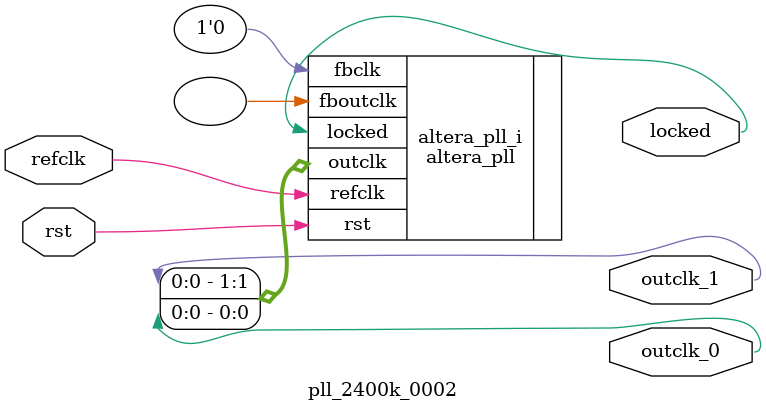
<source format=v>
`timescale 1ns/10ps
module  pll_2400k_0002(

	// interface 'refclk'
	input wire refclk,

	// interface 'reset'
	input wire rst,

	// interface 'outclk0'
	output wire outclk_0,

	// interface 'outclk1'
	output wire outclk_1,

	// interface 'locked'
	output wire locked
);

	altera_pll #(
		.fractional_vco_multiplier("false"),
		.reference_clock_frequency("50.0 MHz"),
		.operation_mode("direct"),
		.number_of_clocks(2),
		.output_clock_frequency0("2.400000 MHz"),
		.phase_shift0("0 ps"),
		.duty_cycle0(50),
		.output_clock_frequency1("4.800000 MHz"),
		.phase_shift1("0 ps"),
		.duty_cycle1(50),
		.output_clock_frequency2("0 MHz"),
		.phase_shift2("0 ps"),
		.duty_cycle2(50),
		.output_clock_frequency3("0 MHz"),
		.phase_shift3("0 ps"),
		.duty_cycle3(50),
		.output_clock_frequency4("0 MHz"),
		.phase_shift4("0 ps"),
		.duty_cycle4(50),
		.output_clock_frequency5("0 MHz"),
		.phase_shift5("0 ps"),
		.duty_cycle5(50),
		.output_clock_frequency6("0 MHz"),
		.phase_shift6("0 ps"),
		.duty_cycle6(50),
		.output_clock_frequency7("0 MHz"),
		.phase_shift7("0 ps"),
		.duty_cycle7(50),
		.output_clock_frequency8("0 MHz"),
		.phase_shift8("0 ps"),
		.duty_cycle8(50),
		.output_clock_frequency9("0 MHz"),
		.phase_shift9("0 ps"),
		.duty_cycle9(50),
		.output_clock_frequency10("0 MHz"),
		.phase_shift10("0 ps"),
		.duty_cycle10(50),
		.output_clock_frequency11("0 MHz"),
		.phase_shift11("0 ps"),
		.duty_cycle11(50),
		.output_clock_frequency12("0 MHz"),
		.phase_shift12("0 ps"),
		.duty_cycle12(50),
		.output_clock_frequency13("0 MHz"),
		.phase_shift13("0 ps"),
		.duty_cycle13(50),
		.output_clock_frequency14("0 MHz"),
		.phase_shift14("0 ps"),
		.duty_cycle14(50),
		.output_clock_frequency15("0 MHz"),
		.phase_shift15("0 ps"),
		.duty_cycle15(50),
		.output_clock_frequency16("0 MHz"),
		.phase_shift16("0 ps"),
		.duty_cycle16(50),
		.output_clock_frequency17("0 MHz"),
		.phase_shift17("0 ps"),
		.duty_cycle17(50),
		.pll_type("General"),
		.pll_subtype("General")
	) altera_pll_i (
		.rst	(rst),
		.outclk	({outclk_1, outclk_0}),
		.locked	(locked),
		.fboutclk	( ),
		.fbclk	(1'b0),
		.refclk	(refclk)
	);
endmodule


</source>
